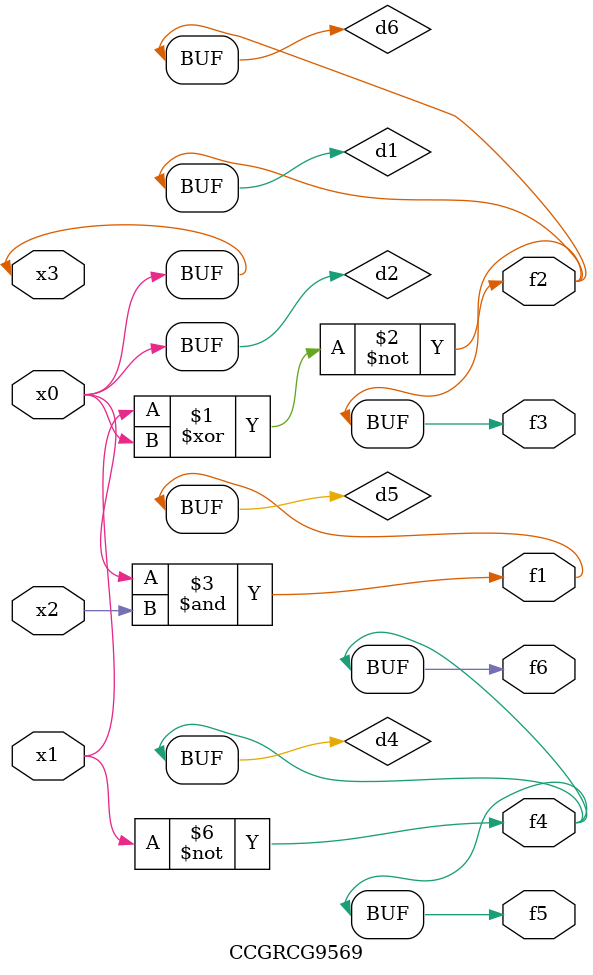
<source format=v>
module CCGRCG9569(
	input x0, x1, x2, x3,
	output f1, f2, f3, f4, f5, f6
);

	wire d1, d2, d3, d4, d5, d6;

	xnor (d1, x1, x3);
	buf (d2, x0, x3);
	nand (d3, x0, x2);
	not (d4, x1);
	nand (d5, d3);
	or (d6, d1);
	assign f1 = d5;
	assign f2 = d6;
	assign f3 = d6;
	assign f4 = d4;
	assign f5 = d4;
	assign f6 = d4;
endmodule

</source>
